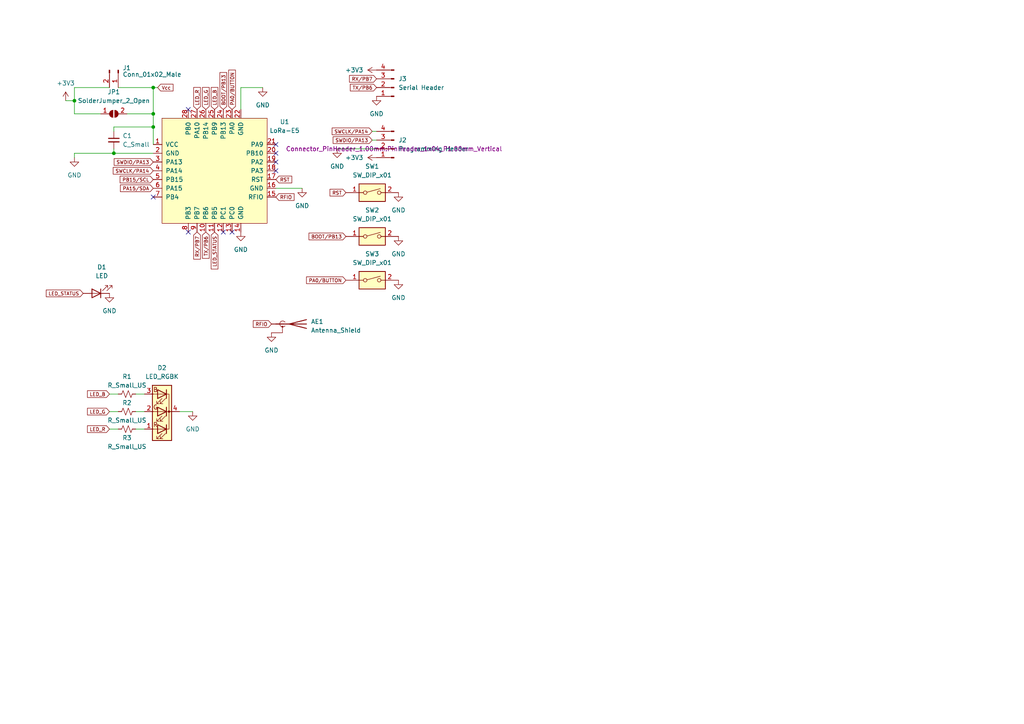
<source format=kicad_sch>
(kicad_sch (version 20211123) (generator eeschema)
  (paper "A4")
  (lib_symbols
    (symbol "Connector:Conn_01x02_Male" (pin_names (offset 1.016) hide)
      (property "Reference" "J" (at 0 2.54 0))
      (property "Value" "Conn_01x02_Male" (at 0 -5.08 0))
      (symbol "Conn_01x02_Male_1_1"
        (polyline (pts (xy 1.27 -2.54) (xy 0.8636 -2.54)) (stroke (width 0.1524)))
        (polyline (pts (xy 1.27 0) (xy 0.8636 0)) (stroke (width 0.1524)))
        (rectangle (start 0.8636 -2.413) (end 0 -2.667) (stroke (width 0.1524)) (fill (type outline)))
        (rectangle (start 0.8636 0.127) (end 0 -0.127) (stroke (width 0.1524)) (fill (type outline)))
        (pin passive line (at 5.08 0 180) (length 3.81) (name "Pin_1") (number "1"))
        (pin passive line (at 5.08 -2.54 180) (length 3.81) (name "Pin_2") (number "2"))
      )
    )
    (symbol "Connector:Conn_01x04_Male" (pin_names (offset 1.016) hide)
      (property "Reference" "J" (at 0 5.08 0))
      (property "Value" "Conn_01x04_Male" (at 0 -7.62 0))
      (symbol "Conn_01x04_Male_1_1"
        (polyline (pts (xy 1.27 -5.08) (xy 0.8636 -5.08)) (stroke (width 0.1524)))
        (polyline (pts (xy 1.27 -2.54) (xy 0.8636 -2.54)) (stroke (width 0.1524)))
        (polyline (pts (xy 1.27 0) (xy 0.8636 0)) (stroke (width 0.1524)))
        (polyline (pts (xy 1.27 2.54) (xy 0.8636 2.54)) (stroke (width 0.1524)))
        (rectangle (start 0.8636 -4.953) (end 0 -5.207) (stroke (width 0.1524)) (fill (type outline)))
        (rectangle (start 0.8636 -2.413) (end 0 -2.667) (stroke (width 0.1524)) (fill (type outline)))
        (rectangle (start 0.8636 0.127) (end 0 -0.127) (stroke (width 0.1524)) (fill (type outline)))
        (rectangle (start 0.8636 2.667) (end 0 2.413) (stroke (width 0.1524)) (fill (type outline)))
        (pin passive line (at 5.08 2.54 180) (length 3.81) (name "Pin_1") (number "1"))
        (pin passive line (at 5.08 0 180) (length 3.81) (name "Pin_2") (number "2"))
        (pin passive line (at 5.08 -2.54 180) (length 3.81) (name "Pin_3") (number "3"))
        (pin passive line (at 5.08 -5.08 180) (length 3.81) (name "Pin_4") (number "4"))
      )
    )
    (symbol "Device:Antenna_Shield" (pin_numbers hide) (pin_names (offset 1.016) hide)
      (property "Reference" "AE" (at -1.905 4.445 0))
      (property "Value" "Antenna_Shield" (at -1.905 2.54 0))
      (symbol "Antenna_Shield_0_1"
        (arc (start -0.508 -1.143) (mid -0.8485 -2.1032) (end 0 -2.667))
        (arc (start 0 -2.667) (mid 0.8047 -2.0885) (end 0.508 -1.143))
        (polyline (pts (xy 0 -2.54) (xy 0 0)))
        (polyline (pts (xy 0 5.08) (xy 0 -3.81)) (stroke (width 0.254)))
        (polyline (pts (xy 0.762 -1.905) (xy 2.54 -1.905)))
        (polyline (pts (xy 2.54 -2.54) (xy 2.54 -1.905)))
        (polyline (pts (xy 1.27 5.08) (xy 0 0) (xy -1.27 5.08)) (stroke (width 0.254)))
        (circle (center 0.762 -1.905) (radius 0.1778) (fill (type outline)))
      )
      (symbol "Antenna_Shield_1_1"
        (pin input line (at 0 -5.08 90) (length 2.54) (name "A") (number "1"))
        (pin input line (at 2.54 -5.08 90) (length 2.54) (name "Shield") (number "2"))
      )
    )
    (symbol "Device:C_Small" (pin_numbers hide) (pin_names (offset 0.254) hide)
      (property "Reference" "C" (at 0.254 1.778 0))
      (property "Value" "C_Small" (at 0.254 -2.032 0))
      (symbol "C_Small_0_1"
        (polyline (pts (xy -1.524 -0.508) (xy 1.524 -0.508)) (stroke (width 0.3302)))
        (polyline (pts (xy -1.524 0.508) (xy 1.524 0.508)) (stroke (width 0.3048)))
      )
      (symbol "C_Small_1_1"
        (pin passive line (at 0 2.54 270) (length 2.032) (name "~") (number "1"))
        (pin passive line (at 0 -2.54 90) (length 2.032) (name "~") (number "2"))
      )
    )
    (symbol "Device:LED" (pin_numbers hide) (pin_names (offset 1.016) hide)
      (property "Reference" "D" (at 0 2.54 0))
      (property "Value" "LED" (at 0 -2.54 0))
      (symbol "LED_0_1"
        (polyline (pts (xy -1.27 -1.27) (xy -1.27 1.27)) (stroke (width 0.254)))
        (polyline (pts (xy -1.27 0) (xy 1.27 0)))
        (polyline (pts (xy 1.27 -1.27) (xy 1.27 1.27) (xy -1.27 0) (xy 1.27 -1.27)) (stroke (width 0.254)))
        (polyline (pts (xy -3.048 -0.762) (xy -4.572 -2.286) (xy -3.81 -2.286) (xy -4.572 -2.286) (xy -4.572 -1.524)))
        (polyline (pts (xy -1.778 -0.762) (xy -3.302 -2.286) (xy -2.54 -2.286) (xy -3.302 -2.286) (xy -3.302 -1.524)))
      )
      (symbol "LED_1_1"
        (pin passive line (at -3.81 0 0) (length 2.54) (name "K") (number "1"))
        (pin passive line (at 3.81 0 180) (length 2.54) (name "A") (number "2"))
      )
    )
    (symbol "Device:LED_RGBK" (pin_names (offset 0) hide)
      (property "Reference" "D" (at 0 9.398 0))
      (property "Value" "LED_RGBK" (at 0 -8.89 0))
      (symbol "LED_RGBK_0_0"
        (text "B" (at 1.905 -6.35 0) (effects (font (size 1.27 1.27))))
        (text "G" (at 1.905 -1.27 0) (effects (font (size 1.27 1.27))))
        (text "R" (at 1.905 3.81 0) (effects (font (size 1.27 1.27))))
      )
      (symbol "LED_RGBK_0_1"
        (circle (center -2.032 0) (radius 0.254) (fill (type outline)))
        (polyline (pts (xy -1.27 -5.08) (xy 1.27 -5.08)))
        (polyline (pts (xy -1.27 -3.81) (xy -1.27 -6.35)) (stroke (width 0.254)))
        (polyline (pts (xy -1.27 0) (xy -2.54 0)))
        (polyline (pts (xy -1.27 1.27) (xy -1.27 -1.27)) (stroke (width 0.254)))
        (polyline (pts (xy -1.27 5.08) (xy 1.27 5.08)))
        (polyline (pts (xy -1.27 6.35) (xy -1.27 3.81)) (stroke (width 0.254)))
        (polyline (pts (xy 1.27 -5.08) (xy 2.54 -5.08)))
        (polyline (pts (xy 1.27 0) (xy -1.27 0)))
        (polyline (pts (xy 1.27 0) (xy 2.54 0)))
        (polyline (pts (xy 1.27 5.08) (xy 2.54 5.08)))
        (polyline (pts (xy -1.27 1.27) (xy -1.27 -1.27) (xy -1.27 -1.27)))
        (polyline (pts (xy -1.27 6.35) (xy -1.27 3.81) (xy -1.27 3.81)))
        (polyline (pts (xy -1.27 5.08) (xy -2.032 5.08) (xy -2.032 -5.08) (xy -1.016 -5.08)))
        (polyline (pts (xy 1.27 -3.81) (xy 1.27 -6.35) (xy -1.27 -5.08) (xy 1.27 -3.81)) (stroke (width 0.254)))
        (polyline (pts (xy 1.27 1.27) (xy 1.27 -1.27) (xy -1.27 0) (xy 1.27 1.27)) (stroke (width 0.254)))
        (polyline (pts (xy 1.27 6.35) (xy 1.27 3.81) (xy -1.27 5.08) (xy 1.27 6.35)) (stroke (width 0.254)))
        (polyline (pts (xy -1.016 -3.81) (xy 0.508 -2.286) (xy -0.254 -2.286) (xy 0.508 -2.286) (xy 0.508 -3.048)))
        (polyline (pts (xy -1.016 1.27) (xy 0.508 2.794) (xy -0.254 2.794) (xy 0.508 2.794) (xy 0.508 2.032)))
        (polyline (pts (xy -1.016 6.35) (xy 0.508 7.874) (xy -0.254 7.874) (xy 0.508 7.874) (xy 0.508 7.112)))
        (polyline (pts (xy 0 -3.81) (xy 1.524 -2.286) (xy 0.762 -2.286) (xy 1.524 -2.286) (xy 1.524 -3.048)))
        (polyline (pts (xy 0 1.27) (xy 1.524 2.794) (xy 0.762 2.794) (xy 1.524 2.794) (xy 1.524 2.032)))
        (polyline (pts (xy 0 6.35) (xy 1.524 7.874) (xy 0.762 7.874) (xy 1.524 7.874) (xy 1.524 7.112)))
        (rectangle (start 1.27 -1.27) (end 1.27 1.27))
        (rectangle (start 1.27 1.27) (end 1.27 1.27))
        (rectangle (start 1.27 3.81) (end 1.27 6.35))
        (rectangle (start 1.27 6.35) (end 1.27 6.35))
        (rectangle (start 2.794 8.382) (end -2.794 -7.62) (stroke (width 0.254)) (fill (type background)))
      )
      (symbol "LED_RGBK_1_1"
        (pin passive line (at 5.08 5.08 180) (length 2.54) (name "RA") (number "1"))
        (pin passive line (at 5.08 0 180) (length 2.54) (name "GA") (number "2"))
        (pin passive line (at 5.08 -5.08 180) (length 2.54) (name "BA") (number "3"))
        (pin passive line (at -5.08 0 0) (length 2.54) (name "K") (number "4"))
      )
    )
    (symbol "Device:R_Small_US" (pin_numbers hide) (pin_names (offset 0.254) hide)
      (property "Reference" "R" (at 0.762 0.508 0))
      (property "Value" "R_Small_US" (at 0.762 -1.016 0))
      (symbol "R_Small_US_1_1"
        (polyline (pts (xy 0 0) (xy 1.016 -0.381) (xy 0 -0.762) (xy -1.016 -1.143) (xy 0 -1.524)))
        (polyline (pts (xy 0 1.524) (xy 1.016 1.143) (xy 0 0.762) (xy -1.016 0.381) (xy 0 0)))
        (pin passive line (at 0 2.54 270) (length 1.016) (name "~") (number "1"))
        (pin passive line (at 0 -2.54 90) (length 1.016) (name "~") (number "2"))
      )
    )
    (symbol "Jumper:SolderJumper_2_Open" (pin_names (offset 0) hide)
      (property "Reference" "JP" (at 0 2.032 0))
      (property "Value" "SolderJumper_2_Open" (at 0 -2.54 0))
      (symbol "SolderJumper_2_Open_0_1"
        (arc (start -0.254 1.016) (mid -1.27 0) (end -0.254 -1.016))
        (arc (start -0.254 1.016) (mid -1.27 0) (end -0.254 -1.016) (fill (type outline)))
        (polyline (pts (xy -0.254 1.016) (xy -0.254 -1.016)))
        (polyline (pts (xy 0.254 1.016) (xy 0.254 -1.016)))
        (arc (start 0.254 -1.016) (mid 1.27 0) (end 0.254 1.016))
        (arc (start 0.254 -1.016) (mid 1.27 0) (end 0.254 1.016) (fill (type outline)))
      )
      (symbol "SolderJumper_2_Open_1_1"
        (pin passive line (at -3.81 0 0) (length 2.54) (name "A") (number "1"))
        (pin passive line (at 3.81 0 180) (length 2.54) (name "B") (number "2"))
      )
    )
    (symbol "LoRa-E5:LoRa-E5" (pin_names (offset 1.016))
      (property "Reference" "U" (at 0 0 0))
      (property "Value" "LoRa-E5" (at 0 2.54 0))
      (symbol "LoRa-E5_0_1"
        (rectangle (start -15.24 15.24) (end 15.24 -15.24) (fill (type background)))
      )
      (symbol "LoRa-E5_1_1"
        (pin input line (at -17.78 7.62 0) (length 2.54) (name "VCC") (number "1"))
        (pin input line (at -2.54 -17.78 90) (length 2.54) (name "PB6") (number "10"))
        (pin input line (at 0 -17.78 90) (length 2.54) (name "PB5") (number "11"))
        (pin input line (at 2.54 -17.78 90) (length 2.54) (name "PC1") (number "12"))
        (pin input line (at 5.08 -17.78 90) (length 2.54) (name "PC0") (number "13"))
        (pin input line (at 7.62 -17.78 90) (length 2.54) (name "GND") (number "14"))
        (pin input line (at 17.78 -7.62 180) (length 2.54) (name "RFIO") (number "15"))
        (pin input line (at 17.78 -5.08 180) (length 2.54) (name "GND") (number "16"))
        (pin input line (at 17.78 -2.54 180) (length 2.54) (name "RST") (number "17"))
        (pin input line (at 17.78 0 180) (length 2.54) (name "PA3") (number "18"))
        (pin input line (at 17.78 2.54 180) (length 2.54) (name "PA2") (number "19"))
        (pin input line (at -17.78 5.08 0) (length 2.54) (name "GND") (number "2"))
        (pin input line (at 17.78 5.08 180) (length 2.54) (name "PB10") (number "20"))
        (pin input line (at 17.78 7.62 180) (length 2.54) (name "PA9") (number "21"))
        (pin input line (at 7.62 17.78 270) (length 2.54) (name "GND") (number "22"))
        (pin input line (at 5.08 17.78 270) (length 2.54) (name "PA0") (number "23"))
        (pin input line (at 2.54 17.78 270) (length 2.54) (name "PB13~{}") (number "24"))
        (pin input line (at 0 17.78 270) (length 2.54) (name "PB9") (number "25"))
        (pin input line (at -2.54 17.78 270) (length 2.54) (name "PB14") (number "26"))
        (pin input line (at -5.08 17.78 270) (length 2.54) (name "PA10") (number "27"))
        (pin input line (at -7.62 17.78 270) (length 2.54) (name "PB0") (number "28"))
        (pin input line (at -17.78 2.54 0) (length 2.54) (name "PA13") (number "3"))
        (pin input line (at -17.78 0 0) (length 2.54) (name "PA14") (number "4"))
        (pin input line (at -17.78 -2.54 0) (length 2.54) (name "PB15") (number "5"))
        (pin input line (at -17.78 -5.08 0) (length 2.54) (name "PA15") (number "6"))
        (pin input line (at -17.78 -7.62 0) (length 2.54) (name "PB4") (number "7"))
        (pin input line (at -7.62 -17.78 90) (length 2.54) (name "PB3") (number "8"))
        (pin input line (at -5.08 -17.78 90) (length 2.54) (name "PB7") (number "9"))
      )
    )
    (symbol "Switch:SW_DIP_x01" (pin_names (offset 0) hide)
      (property "Reference" "SW" (at 0 3.81 0))
      (property "Value" "SW_DIP_x01" (at 0 -3.81 0))
      (symbol "SW_DIP_x01_0_0"
        (circle (center -2.032 0) (radius 0.508))
        (polyline (pts (xy -1.524 0.127) (xy 2.3622 1.1684)))
        (circle (center 2.032 0) (radius 0.508))
      )
      (symbol "SW_DIP_x01_0_1"
        (rectangle (start -3.81 2.54) (end 3.81 -2.54) (stroke (width 0.254)) (fill (type background)))
      )
      (symbol "SW_DIP_x01_1_1"
        (pin passive line (at -7.62 0 0) (length 5.08) (name "~") (number "1"))
        (pin passive line (at 7.62 0 180) (length 5.08) (name "~") (number "2"))
      )
    )
    (symbol "power:+3.3V" (power) (pin_names (offset 0))
      (property "Value" "+3.3V" (at 0 3.556 0))
      (symbol "+3.3V_0_1"
        (polyline (pts (xy -0.762 1.27) (xy 0 2.54)))
        (polyline (pts (xy 0 0) (xy 0 2.54)))
        (polyline (pts (xy 0 2.54) (xy 0.762 1.27)))
      )
      (symbol "+3.3V_1_1"
        (pin power_in line (at 0 0 90) (length 0) hide (name "+3V3") (number "1"))
      )
    )
    (symbol "power:GND" (power) (pin_names (offset 0))
      (property "Value" "GND" (at 0 -3.81 0))
      (symbol "GND_0_1"
        (polyline (pts (xy 0 0) (xy 0 -1.27) (xy 1.27 -1.27) (xy 0 -2.54) (xy -1.27 -1.27) (xy 0 -1.27)))
      )
      (symbol "GND_1_1"
        (pin power_in line (at 0 0 270) (length 0) hide (name "GND") (number "1"))
      )
    )
  )
  (junction (at 44.45 36.83))
  (junction (at 44.45 25.4))
  (junction (at 33.02 44.45))
  (junction (at 44.45 33.02))
  (junction (at 21.59 29.21))
  (no_connect (at 80.01 49.53))
  (no_connect (at 80.01 46.99))
  (no_connect (at 64.77 67.31))
  (no_connect (at 67.31 67.31))
  (no_connect (at 54.61 31.75))
  (no_connect (at 80.01 44.45))
  (no_connect (at 80.01 41.91))
  (no_connect (at 54.61 67.31))
  (no_connect (at 44.45 57.15))
  (wire (pts (xy 29.21 33.02) (xy 21.59 33.02)))
  (wire (pts (xy 21.59 29.21) (xy 21.59 33.02)))
  (wire (pts (xy 31.75 25.4) (xy 21.59 25.4)))
  (wire (pts (xy 39.37 119.38) (xy 41.91 119.38)))
  (wire (pts (xy 55.88 119.38) (xy 52.07 119.38)))
  (wire (pts (xy 21.59 44.45) (xy 21.59 45.72)))
  (wire (pts (xy 31.75 124.46) (xy 34.29 124.46)))
  (wire (pts (xy 87.63 54.61) (xy 80.01 54.61)))
  (wire (pts (xy 31.75 114.3) (xy 34.29 114.3)))
  (wire (pts (xy 97.79 43.18) (xy 109.22 43.18)))
  (wire (pts (xy 69.85 25.4) (xy 76.2 25.4)))
  (wire (pts (xy 107.95 40.64) (xy 109.22 40.64)))
  (wire (pts (xy 21.59 44.45) (xy 33.02 44.45)))
  (wire (pts (xy 69.85 25.4) (xy 69.85 31.75)))
  (wire (pts (xy 19.05 29.21) (xy 21.59 29.21)))
  (wire (pts (xy 33.02 44.45) (xy 44.45 44.45)))
  (wire (pts (xy 21.59 25.4) (xy 21.59 29.21)))
  (wire (pts (xy 39.37 114.3) (xy 41.91 114.3)))
  (wire (pts (xy 45.72 25.4) (xy 44.45 25.4)))
  (wire (pts (xy 39.37 124.46) (xy 41.91 124.46)))
  (wire (pts (xy 36.83 33.02) (xy 44.45 33.02)))
  (wire (pts (xy 33.02 43.18) (xy 33.02 44.45)))
  (wire (pts (xy 44.45 36.83) (xy 44.45 41.91)))
  (wire (pts (xy 33.02 38.1) (xy 33.02 36.83)))
  (wire (pts (xy 44.45 25.4) (xy 34.29 25.4)))
  (wire (pts (xy 44.45 33.02) (xy 44.45 36.83)))
  (wire (pts (xy 33.02 36.83) (xy 44.45 36.83)))
  (wire (pts (xy 107.95 38.1) (xy 109.22 38.1)))
  (wire (pts (xy 44.45 25.4) (xy 44.45 33.02)))
  (wire (pts (xy 31.75 119.38) (xy 34.29 119.38)))
  (global_label "LED_STATUS" (shape input) (at 24.13 85.09 180) (effects (font (size 1 1))) (property "Intersheet References" "${INTERSHEET_REFS}" (effects hide)))
  (global_label "RFIO" (shape input) (at 78.74 93.98 180) (effects (font (size 1 1))) (property "Intersheet References" "${INTERSHEET_REFS}" (effects hide)))
  (global_label "RST" (shape input) (at 100.33 55.88 180) (effects (font (size 1 1))) (property "Intersheet References" "${INTERSHEET_REFS}" (effects hide)))
  (global_label "PA15{slash}SDA" (shape input) (at 44.45 54.61 180) (effects (font (size 1 1))) (property "Intersheet References" "${INTERSHEET_REFS}" (effects hide)))
  (global_label "LED_R" (shape input) (at 57.15 31.75 90) (effects (font (size 1 1))) (property "Intersheet References" "${INTERSHEET_REFS}" (effects hide)))
  (global_label "Vcc" (shape input) (at 45.72 25.4 0) (effects (font (size 1 1))) (property "Intersheet References" "${INTERSHEET_REFS}" (effects hide)))
  (global_label "SWDIO{slash}PA13" (shape input) (at 44.45 46.99 180) (effects (font (size 1 1))) (property "Intersheet References" "${INTERSHEET_REFS}" (effects hide)))
  (global_label "PA0{slash}BUTTON" (shape input) (at 67.31 31.75 90) (effects (font (size 1 1))) (property "Intersheet References" "${INTERSHEET_REFS}" (effects hide)))
  (global_label "LED_G" (shape input) (at 59.69 31.75 90) (effects (font (size 1 1))) (property "Intersheet References" "${INTERSHEET_REFS}" (effects hide)))
  (global_label "LED_G" (shape input) (at 31.75 119.38 180) (effects (font (size 1 1))) (property "Intersheet References" "${INTERSHEET_REFS}" (effects hide)))
  (global_label "LED_B" (shape input) (at 62.23 31.75 90) (effects (font (size 1 1))) (property "Intersheet References" "${INTERSHEET_REFS}" (effects hide)))
  (global_label "SWCLK{slash}PA14" (shape input) (at 44.45 49.53 180) (effects (font (size 1 1))) (property "Intersheet References" "${INTERSHEET_REFS}" (effects hide)))
  (global_label "SWCLK{slash}PA14" (shape input) (at 107.95 38.1 180) (effects (font (size 1 1))) (property "Intersheet References" "${INTERSHEET_REFS}" (effects hide)))
  (global_label "RFIO" (shape input) (at 80.01 57.15 0) (effects (font (size 1 1))) (property "Intersheet References" "${INTERSHEET_REFS}" (effects hide)))
  (global_label "BOOT{slash}PB13" (shape input) (at 64.77 31.75 90) (effects (font (size 1 1))) (property "Intersheet References" "${INTERSHEET_REFS}" (effects hide)))
  (global_label "TX{slash}PB6" (shape input) (at 59.69 67.31 270) (effects (font (size 1 1))) (property "Intersheet References" "${INTERSHEET_REFS}" (effects hide)))
  (global_label "BOOT{slash}PB13" (shape input) (at 100.33 68.58 180) (effects (font (size 1 1))) (property "Intersheet References" "${INTERSHEET_REFS}" (effects hide)))
  (global_label "LED_R" (shape input) (at 31.75 124.46 180) (effects (font (size 1 1))) (property "Intersheet References" "${INTERSHEET_REFS}" (effects hide)))
  (global_label "SWDIO{slash}PA13" (shape input) (at 107.95 40.64 180) (effects (font (size 1 1))) (property "Intersheet References" "${INTERSHEET_REFS}" (effects hide)))
  (global_label "RST" (shape input) (at 80.01 52.07 0) (effects (font (size 1 1))) (property "Intersheet References" "${INTERSHEET_REFS}" (effects hide)))
  (global_label "RX{slash}PB7" (shape input) (at 109.22 22.86 180) (effects (font (size 1 1))) (property "Intersheet References" "${INTERSHEET_REFS}" (effects hide)))
  (global_label "TX{slash}PB6" (shape input) (at 109.22 25.4 180) (effects (font (size 1 1))) (property "Intersheet References" "${INTERSHEET_REFS}" (effects hide)))
  (global_label "LED_B" (shape input) (at 31.75 114.3 180) (effects (font (size 1 1))) (property "Intersheet References" "${INTERSHEET_REFS}" (effects hide)))
  (global_label "PB15{slash}SCL" (shape input) (at 44.45 52.07 180) (effects (font (size 1 1))) (property "Intersheet References" "${INTERSHEET_REFS}" (effects hide)))
  (global_label "LED_STATUS" (shape input) (at 62.23 67.31 270) (effects (font (size 1 1))) (property "Intersheet References" "${INTERSHEET_REFS}" (effects hide)))
  (global_label "RX{slash}PB7" (shape input) (at 57.15 67.31 270) (effects (font (size 1 1))) (property "Intersheet References" "${INTERSHEET_REFS}" (effects hide)))
  (global_label "PA0{slash}BUTTON" (shape input) (at 100.33 81.28 180) (effects (font (size 1 1))) (property "Intersheet References" "${INTERSHEET_REFS}" (effects hide)))
  (symbol (lib_id "Switch:SW_DIP_x01") (at 107.95 81.28 0) (unit 1)
    (property "Reference" "SW3" (at 107.95 73.66 0))
    (property "Value" "SW_DIP_x01" (at 107.95 76.2 0))
  )
  (symbol (lib_id "power:+3.3V") (at 19.05 29.21 0) (unit 1)
    (property "Reference" "#PWR0101" (effects hide))
    (property "Value" "+3.3V" (at 19.05 24.13 0))
  )
  (symbol (lib_id "power:GND") (at 87.63 54.61 0) (unit 1)
    (property "Reference" "#PWR04" (effects hide))
    (property "Value" "GND" (at 87.63 59.69 0))
  )
  (symbol (lib_id "Connector:Conn_01x04_Male") (at 114.3 25.4 180) (unit 1)
    (property "Reference" "J3" (at 115.57 22.8599 0) (effects (justify right)))
    (property "Value" "Serial Header" (at 115.57 25.3999 0) (effects (justify right)))
    (property "Footprint" "Connector_PinHeader_1.00mm:PinHeader_1x04_P1.00mm_Vertical" (effects hide))
  )
  (symbol (lib_id "Jumper:SolderJumper_2_Open") (at 33.02 33.02 0) (unit 1)
    (property "Reference" "JP1" (at 33.02 26.67 0))
    (property "Value" "SolderJumper_2_Open" (at 33.02 29.21 0))
  )
  (symbol (lib_id "power:+3.3V") (at 109.22 45.72 90) (unit 1)
    (property "Reference" "#PWR0104" (effects hide))
    (property "Value" "+3.3V" (at 105.41 45.7199 90) (effects (justify left)))
  )
  (symbol (lib_id "Device:R_Small_US") (at 36.83 124.46 90) (unit 1)
    (property "Reference" "R3" (at 36.83 127 90))
    (property "Value" "R_Small_US" (at 36.83 129.54 90))
    (property "Footprint" "Resistor_SMD:R_0805_2012Metric" (effects hide))
  )
  (symbol (lib_id "power:GND") (at 115.57 55.88 0) (unit 1)
    (property "Reference" "#PWR06" (effects hide))
    (property "Value" "GND" (at 115.57 60.96 0))
  )
  (symbol (lib_id "Device:LED") (at 27.94 85.09 180) (unit 1)
    (property "Reference" "D1" (at 29.5275 77.47 0))
    (property "Value" "LED" (at 29.5275 80.01 0))
  )
  (symbol (lib_id "Device:R_Small_US") (at 36.83 114.3 90) (unit 1)
    (property "Reference" "R1" (at 36.83 109.22 90))
    (property "Value" "R_Small_US" (at 36.83 111.76 90))
    (property "Footprint" "Resistor_SMD:R_0805_2012Metric" (effects hide))
  )
  (symbol (lib_id "LoRa-E5:LoRa-E5") (at 62.23 49.53 0) (unit 1)
    (property "Reference" "U1" (at 82.55 35.3312 0))
    (property "Value" "LoRa-E5" (at 82.55 37.8712 0))
  )
  (symbol (lib_id "power:GND") (at 31.75 85.09 0) (unit 1)
    (property "Reference" "#PWR0103" (effects hide))
    (property "Value" "GND" (at 31.75 90.17 0))
  )
  (symbol (lib_id "Switch:SW_DIP_x01") (at 107.95 55.88 0) (unit 1)
    (property "Reference" "SW1" (at 107.95 48.26 0))
    (property "Value" "SW_DIP_x01" (at 107.95 50.8 0))
  )
  (symbol (lib_id "Connector:Conn_01x04_Male") (at 114.3 43.18 180) (unit 1)
    (property "Reference" "J2" (at 115.57 40.6399 0) (effects (justify right)))
    (property "Value" "Programming Header" (at 115.57 43.1799 0) (effects (justify right)))
    (property "Footprint" "Connector_PinHeader_1.00mm:PinHeader_1x04_P1.00mm_Vertical" (at 114.3 43.18 0))
  )
  (symbol (lib_id "Device:LED_RGBK") (at 46.99 119.38 180) (unit 1)
    (property "Reference" "D2" (at 46.99 106.68 0))
    (property "Value" "LED_RGBK" (at 46.99 109.22 0))
  )
  (symbol (lib_id "power:+3.3V") (at 109.22 20.32 90) (unit 1)
    (property "Reference" "#PWR0106" (effects hide))
    (property "Value" "+3.3V" (at 105.41 20.3199 90) (effects (justify left)))
  )
  (symbol (lib_id "power:GND") (at 97.79 43.18 0) (unit 1)
    (property "Reference" "#PWR05" (effects hide))
    (property "Value" "GND" (at 97.79 48.26 0))
  )
  (symbol (lib_id "power:GND") (at 115.57 81.28 0) (unit 1)
    (property "Reference" "#PWR08" (effects hide))
    (property "Value" "GND" (at 115.57 86.36 0))
  )
  (symbol (lib_id "power:GND") (at 78.74 96.52 0) (unit 1)
    (property "Reference" "#PWR0107" (effects hide))
    (property "Value" "GND" (at 78.74 101.6 0))
  )
  (symbol (lib_id "power:GND") (at 115.57 68.58 0) (unit 1)
    (property "Reference" "#PWR07" (effects hide))
    (property "Value" "GND" (at 115.57 73.66 0))
  )
  (symbol (lib_id "Connector:Conn_01x02_Male") (at 34.29 20.32 270) (unit 1)
    (property "Reference" "J1" (at 35.56 19.6849 90) (effects (justify left)))
    (property "Value" "Conn_01x02_Male" (at 35.56 21.59 90) (effects (justify left)))
  )
  (symbol (lib_id "Device:R_Small_US") (at 36.83 119.38 90) (unit 1)
    (property "Reference" "R2" (at 36.83 116.84 90))
    (property "Value" "R_Small_US" (at 36.83 121.92 90))
    (property "Footprint" "Resistor_SMD:R_0805_2012Metric" (effects hide))
  )
  (symbol (lib_id "Switch:SW_DIP_x01") (at 107.95 68.58 0) (unit 1)
    (property "Reference" "SW2" (at 107.95 60.96 0))
    (property "Value" "SW_DIP_x01" (at 107.95 63.5 0))
  )
  (symbol (lib_id "power:GND") (at 55.88 119.38 0) (unit 1)
    (property "Reference" "#PWR0102" (effects hide))
    (property "Value" "GND" (at 55.88 124.46 0))
  )
  (symbol (lib_id "Device:C_Small") (at 33.02 40.64 0) (unit 1)
    (property "Reference" "C1" (at 35.56 39.3762 0) (effects (justify left)))
    (property "Value" "C_Small" (at 35.56 41.9162 0) (effects (justify left)))
  )
  (symbol (lib_id "Device:Antenna_Shield") (at 83.82 93.98 270) (unit 1)
    (property "Reference" "AE1" (at 90.17 93.2814 90) (effects (justify left)))
    (property "Value" "Antenna_Shield" (at 90.17 95.8214 90) (effects (justify left)))
  )
  (symbol (lib_id "power:GND") (at 69.85 67.31 0) (unit 1)
    (property "Reference" "#PWR02" (effects hide))
    (property "Value" "GND" (at 69.85 72.39 0))
  )
  (symbol (lib_id "power:GND") (at 109.22 27.94 0) (unit 1)
    (property "Reference" "#PWR0105" (effects hide))
    (property "Value" "GND" (at 109.22 33.02 0))
  )
  (symbol (lib_id "power:GND") (at 76.2 25.4 0) (unit 1)
    (property "Reference" "#PWR03" (effects hide))
    (property "Value" "GND" (at 76.2 30.48 0))
  )
  (symbol (lib_id "power:GND") (at 21.59 45.72 0) (unit 1)
    (property "Reference" "#PWR01" (effects hide))
    (property "Value" "GND" (at 21.59 50.8 0))
  )
)
</source>
